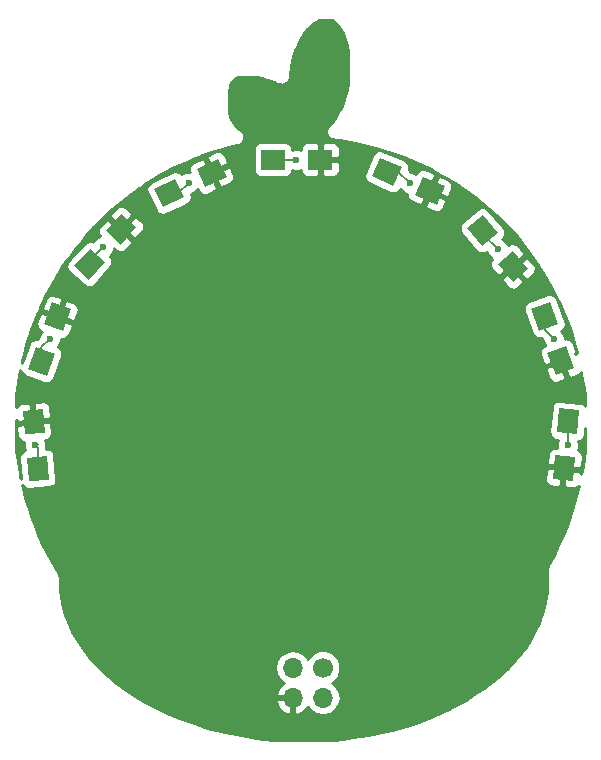
<source format=gtl>
G04 #@! TF.FileFunction,Copper,L1,Top,Signal*
%FSLAX46Y46*%
G04 Gerber Fmt 4.6, Leading zero omitted, Abs format (unit mm)*
G04 Created by KiCad (PCBNEW 4.0.7) date 06/01/18 20:47:04*
%MOMM*%
%LPD*%
G01*
G04 APERTURE LIST*
%ADD10C,0.100000*%
%ADD11C,1.700000*%
%ADD12O,1.700000X1.700000*%
%ADD13R,2.000000X1.700000*%
%ADD14C,0.600000*%
%ADD15C,0.200000*%
%ADD16C,0.254000*%
G04 APERTURE END LIST*
D10*
D11*
X100965000Y-120904000D03*
D12*
X100965000Y-123444000D03*
X98425000Y-120904000D03*
X98425000Y-123444000D03*
D10*
G36*
X75548968Y-99142699D02*
X77242499Y-98994534D01*
X77416810Y-100986923D01*
X75723279Y-101135088D01*
X75548968Y-99142699D01*
X75548968Y-99142699D01*
G37*
G36*
X75897590Y-103127477D02*
X77591121Y-102979312D01*
X77765432Y-104971701D01*
X76071901Y-105119866D01*
X75897590Y-103127477D01*
X75897590Y-103127477D01*
G37*
G36*
X78052921Y-89955805D02*
X79650399Y-90537240D01*
X78966359Y-92416625D01*
X77368881Y-91835190D01*
X78052921Y-89955805D01*
X78052921Y-89955805D01*
G37*
G36*
X76684841Y-93714575D02*
X78282319Y-94296010D01*
X77598279Y-96175395D01*
X76000801Y-95593960D01*
X76684841Y-93714575D01*
X76684841Y-93714575D01*
G37*
G36*
X83925719Y-82444204D02*
X85189065Y-83581726D01*
X83850803Y-85068016D01*
X82587457Y-83930494D01*
X83925719Y-82444204D01*
X83925719Y-82444204D01*
G37*
G36*
X81249197Y-85416784D02*
X82512543Y-86554306D01*
X81174281Y-88040596D01*
X79910935Y-86903074D01*
X81249197Y-85416784D01*
X81249197Y-85416784D01*
G37*
G36*
X92123298Y-77819383D02*
X92841749Y-79360106D01*
X91029134Y-80205343D01*
X90310683Y-78664620D01*
X92123298Y-77819383D01*
X92123298Y-77819383D01*
G37*
G36*
X88498066Y-79509857D02*
X89216517Y-81050580D01*
X87403902Y-81895817D01*
X86685451Y-80355094D01*
X88498066Y-79509857D01*
X88498066Y-79509857D01*
G37*
D13*
X100755200Y-77876400D03*
X96755200Y-77876400D03*
D10*
G36*
X111290363Y-80148896D02*
X110598910Y-81701923D01*
X108771819Y-80888450D01*
X109463272Y-79335423D01*
X111290363Y-80148896D01*
X111290363Y-80148896D01*
G37*
G36*
X107636181Y-78521950D02*
X106944728Y-80074977D01*
X105117637Y-79261504D01*
X105809090Y-77708477D01*
X107636181Y-78521950D01*
X107636181Y-78521950D01*
G37*
G36*
X118352700Y-87146564D02*
X117050425Y-88239303D01*
X115764850Y-86707214D01*
X117067125Y-85614475D01*
X118352700Y-87146564D01*
X118352700Y-87146564D01*
G37*
G36*
X115781550Y-84082386D02*
X114479275Y-85175125D01*
X113193700Y-83643036D01*
X114495975Y-82550297D01*
X115781550Y-84082386D01*
X115781550Y-84082386D01*
G37*
G36*
X122271599Y-95543160D02*
X120674121Y-96124595D01*
X119990081Y-94245210D01*
X121587559Y-93663775D01*
X122271599Y-95543160D01*
X122271599Y-95543160D01*
G37*
G36*
X120903519Y-91784390D02*
X119306041Y-92365825D01*
X118622001Y-90486440D01*
X120219479Y-89905005D01*
X120903519Y-91784390D01*
X120903519Y-91784390D01*
G37*
G36*
X122149699Y-105069066D02*
X120456168Y-104920901D01*
X120630479Y-102928512D01*
X122324010Y-103076677D01*
X122149699Y-105069066D01*
X122149699Y-105069066D01*
G37*
G36*
X122498321Y-101084288D02*
X120804790Y-100936123D01*
X120979101Y-98943734D01*
X122672632Y-99091899D01*
X122498321Y-101084288D01*
X122498321Y-101084288D01*
G37*
D14*
X76611480Y-102011480D03*
X77871320Y-93040200D03*
X82336640Y-85308440D03*
X89611200Y-79822040D03*
X98719640Y-77917040D03*
X108356400Y-79898240D03*
X115783360Y-85440520D03*
X120548400Y-93080840D03*
X121732040Y-102031800D03*
D15*
X76831511Y-102231511D02*
X76831511Y-104049589D01*
X76611480Y-102011480D02*
X76831511Y-102231511D01*
X76733400Y-101955600D02*
X76831511Y-102053711D01*
X77141560Y-94944985D02*
X77141560Y-93769960D01*
X77141560Y-93769960D02*
X77871320Y-93040200D01*
X82336640Y-85308440D02*
X81211739Y-86433341D01*
X81211739Y-86433341D02*
X81211739Y-86728690D01*
X89611200Y-79822040D02*
X88730403Y-80702837D01*
X88730403Y-80702837D02*
X87950984Y-80702837D01*
X98719640Y-77917040D02*
X98679000Y-77876400D01*
X98679000Y-77876400D02*
X96755200Y-77876400D01*
X108356400Y-79898240D02*
X107349887Y-78891727D01*
X107349887Y-78891727D02*
X106376909Y-78891727D01*
X115783360Y-85440520D02*
X114487625Y-84144785D01*
X114487625Y-84144785D02*
X114487625Y-83862711D01*
X119762760Y-92295200D02*
X119762760Y-91135415D01*
X120548400Y-93080840D02*
X119762760Y-92295200D01*
X121732040Y-102031800D02*
X121738711Y-102025129D01*
X121738711Y-102025129D02*
X121738711Y-100014011D01*
D16*
G36*
X101783874Y-66092975D02*
X102005283Y-66277482D01*
X102274680Y-66508394D01*
X102467701Y-66817227D01*
X102587512Y-67016912D01*
X102754502Y-67434388D01*
X102896218Y-67954013D01*
X102898161Y-67957910D01*
X102898518Y-67962252D01*
X102990508Y-68284217D01*
X103074400Y-68745622D01*
X103074400Y-68986400D01*
X103079402Y-69011545D01*
X103076204Y-69036985D01*
X103125200Y-69722929D01*
X103125200Y-70533928D01*
X103076491Y-71167145D01*
X103079783Y-71194540D01*
X103074400Y-71221600D01*
X103074400Y-71421303D01*
X102988561Y-71979256D01*
X102851045Y-72437643D01*
X102661111Y-73054929D01*
X102475194Y-73473242D01*
X102294113Y-73880675D01*
X101898395Y-74496235D01*
X101430243Y-75011202D01*
X101387309Y-75082590D01*
X101333663Y-75146319D01*
X101316587Y-75200181D01*
X101287465Y-75248603D01*
X101275117Y-75330988D01*
X101249943Y-75410394D01*
X101254779Y-75466688D01*
X101246403Y-75522571D01*
X101266524Y-75603412D01*
X101273653Y-75686405D01*
X101299665Y-75736566D01*
X101313312Y-75791398D01*
X101362833Y-75858380D01*
X101401183Y-75932334D01*
X101444412Y-75968723D01*
X101478002Y-76014157D01*
X101549390Y-76057091D01*
X101613119Y-76110737D01*
X101666981Y-76127813D01*
X101715403Y-76156935D01*
X101797788Y-76169283D01*
X101877194Y-76194457D01*
X102309956Y-76242542D01*
X102844591Y-76339748D01*
X102846467Y-76339717D01*
X102848212Y-76340396D01*
X103707079Y-76491961D01*
X104743893Y-76689449D01*
X105466558Y-76882160D01*
X106265025Y-77131681D01*
X107058879Y-77379760D01*
X107845903Y-77674894D01*
X108573288Y-77965848D01*
X109156479Y-78257444D01*
X109170665Y-78261329D01*
X109182641Y-78269864D01*
X110167438Y-78713023D01*
X110489492Y-78897053D01*
X112187421Y-79895835D01*
X113867317Y-81081644D01*
X115641930Y-82560488D01*
X117370779Y-84388129D01*
X118355428Y-85618940D01*
X119196838Y-86806813D01*
X119888245Y-87893310D01*
X120327499Y-88674205D01*
X120726157Y-89471522D01*
X121021624Y-90062456D01*
X121465338Y-91097788D01*
X121957190Y-92376604D01*
X122253318Y-93413052D01*
X122255491Y-93417282D01*
X122255943Y-93422017D01*
X122401746Y-93908026D01*
X122487563Y-94279903D01*
X122482846Y-94266942D01*
X122333673Y-94321237D01*
X122428551Y-94117768D01*
X122141063Y-93327901D01*
X121970397Y-93141651D01*
X121741446Y-93034889D01*
X121489068Y-93023870D01*
X121483449Y-93025915D01*
X121483562Y-92895673D01*
X121341517Y-92551897D01*
X121161224Y-92371289D01*
X121330938Y-92270694D01*
X121486463Y-92066090D01*
X121550132Y-91817098D01*
X121511914Y-91562953D01*
X120827874Y-89683568D01*
X120705783Y-89477586D01*
X120501179Y-89322061D01*
X120252187Y-89258392D01*
X119998041Y-89296610D01*
X118400563Y-89878045D01*
X118194582Y-90000136D01*
X118039057Y-90204740D01*
X117975388Y-90453732D01*
X118013606Y-90707877D01*
X118697646Y-92587262D01*
X118819737Y-92793244D01*
X119024341Y-92948769D01*
X119273333Y-93012438D01*
X119418693Y-92990579D01*
X119613308Y-93185195D01*
X119613238Y-93266007D01*
X119755283Y-93609783D01*
X119788330Y-93642888D01*
X119654206Y-93691705D01*
X119467956Y-93862372D01*
X119361195Y-94091323D01*
X119350176Y-94343701D01*
X119637664Y-95133568D01*
X119841136Y-95228448D01*
X120968062Y-94818281D01*
X120961221Y-94799486D01*
X121199904Y-94712614D01*
X121206744Y-94731407D01*
X121225539Y-94724566D01*
X121312411Y-94963249D01*
X121293618Y-94970089D01*
X121755088Y-96237970D01*
X121958560Y-96332850D01*
X122370090Y-96183066D01*
X122607474Y-96096665D01*
X122793724Y-95925998D01*
X122824645Y-95859687D01*
X122846404Y-95982988D01*
X122847083Y-95984733D01*
X122847052Y-95986609D01*
X122946243Y-96532160D01*
X123045936Y-97230009D01*
X123142917Y-97908876D01*
X123182371Y-98697954D01*
X123174302Y-98682624D01*
X122975546Y-98519691D01*
X122729060Y-98446923D01*
X121035529Y-98298758D01*
X120797249Y-98322358D01*
X120569826Y-98442064D01*
X120406893Y-98640820D01*
X120334125Y-98887306D01*
X120159814Y-100879695D01*
X120183414Y-101117975D01*
X120303120Y-101345398D01*
X120501876Y-101508331D01*
X120748362Y-101581099D01*
X120901231Y-101594473D01*
X120797202Y-101845001D01*
X120796878Y-102216967D01*
X120834893Y-102308970D01*
X120811652Y-102306937D01*
X120559994Y-102284920D01*
X120319067Y-102360884D01*
X120125550Y-102523264D01*
X120008904Y-102747340D01*
X119935645Y-103584700D01*
X120079955Y-103756682D01*
X121274641Y-103861203D01*
X121276384Y-103841279D01*
X121529418Y-103863417D01*
X121527675Y-103883341D01*
X122722361Y-103987863D01*
X122894343Y-103843553D01*
X122967602Y-103006192D01*
X122891638Y-102765266D01*
X122729259Y-102571748D01*
X122557388Y-102482278D01*
X122666878Y-102218599D01*
X122667202Y-101846633D01*
X122611755Y-101712440D01*
X122680173Y-101705664D01*
X122907596Y-101585958D01*
X123070529Y-101387202D01*
X123143297Y-101140716D01*
X123191200Y-100593181D01*
X123191200Y-101480664D01*
X123142605Y-102452557D01*
X123045365Y-103230479D01*
X122897341Y-104217305D01*
X122836260Y-104507440D01*
X122844533Y-104412878D01*
X122700223Y-104240896D01*
X121505537Y-104136375D01*
X121387942Y-105480490D01*
X121532252Y-105652472D01*
X121968526Y-105690641D01*
X122220184Y-105712658D01*
X122461111Y-105636694D01*
X122623139Y-105500737D01*
X122499884Y-106055382D01*
X122253495Y-106991663D01*
X122008172Y-107776696D01*
X121708163Y-108626721D01*
X121464549Y-109308840D01*
X121222840Y-109840600D01*
X121221048Y-109848242D01*
X121216607Y-109854717D01*
X120920024Y-110546744D01*
X120527763Y-111331266D01*
X120193111Y-111952762D01*
X120110044Y-112077363D01*
X120083490Y-112141659D01*
X120044846Y-112199495D01*
X120031132Y-112268438D01*
X120004298Y-112333414D01*
X120004371Y-112402977D01*
X119990800Y-112471200D01*
X119990800Y-113965674D01*
X119945154Y-114513431D01*
X119802743Y-115320423D01*
X119612213Y-116082544D01*
X119468435Y-116513878D01*
X119279023Y-117082113D01*
X118808461Y-118070293D01*
X118476200Y-118592418D01*
X118139162Y-119122049D01*
X117264531Y-120239633D01*
X116647674Y-120903942D01*
X115763476Y-121689895D01*
X115083548Y-122272691D01*
X114606477Y-122606641D01*
X113814270Y-123151283D01*
X113071108Y-123597180D01*
X112586488Y-123887952D01*
X112102878Y-124129757D01*
X112090506Y-124139359D01*
X112075594Y-124144148D01*
X111640267Y-124385996D01*
X110908743Y-124727374D01*
X110118523Y-125073095D01*
X108832324Y-125567787D01*
X107751894Y-125911560D01*
X106813110Y-126158609D01*
X105967468Y-126357583D01*
X104773445Y-126606338D01*
X103534391Y-126804587D01*
X102687653Y-126904203D01*
X101799324Y-127002906D01*
X100670170Y-127052000D01*
X97860510Y-127052000D01*
X96976858Y-127002908D01*
X95839014Y-126903965D01*
X94452923Y-126705952D01*
X93158873Y-126457096D01*
X92720720Y-126359729D01*
X91917002Y-126158800D01*
X91917001Y-126158799D01*
X91510602Y-126057200D01*
X91510601Y-126057199D01*
X91125931Y-125961032D01*
X90039352Y-125615302D01*
X89050255Y-125269118D01*
X87966566Y-124825791D01*
X87127149Y-124430771D01*
X86239739Y-123987066D01*
X85918164Y-123800890D01*
X96983524Y-123800890D01*
X97153355Y-124210924D01*
X97543642Y-124639183D01*
X98068108Y-124885486D01*
X98298000Y-124764819D01*
X98298000Y-123571000D01*
X97104845Y-123571000D01*
X96983524Y-123800890D01*
X85918164Y-123800890D01*
X85309182Y-123448321D01*
X84331308Y-122812703D01*
X83499450Y-122176576D01*
X82672215Y-121495323D01*
X82340846Y-121163954D01*
X82340843Y-121163952D01*
X82080892Y-120904000D01*
X96910907Y-120904000D01*
X97023946Y-121472285D01*
X97345853Y-121954054D01*
X97686553Y-122181702D01*
X97543642Y-122248817D01*
X97153355Y-122677076D01*
X96983524Y-123087110D01*
X97104845Y-123317000D01*
X98298000Y-123317000D01*
X98298000Y-123297000D01*
X98552000Y-123297000D01*
X98552000Y-123317000D01*
X98572000Y-123317000D01*
X98572000Y-123571000D01*
X98552000Y-123571000D01*
X98552000Y-124764819D01*
X98781892Y-124885486D01*
X99306358Y-124639183D01*
X99696645Y-124210924D01*
X99696655Y-124210899D01*
X99885853Y-124494054D01*
X100367622Y-124815961D01*
X100935907Y-124929000D01*
X100994093Y-124929000D01*
X101562378Y-124815961D01*
X102044147Y-124494054D01*
X102366054Y-124012285D01*
X102479093Y-123444000D01*
X102366054Y-122875715D01*
X102044147Y-122393946D01*
X101739840Y-122190615D01*
X101805086Y-122163656D01*
X102223188Y-121746283D01*
X102449742Y-121200681D01*
X102450257Y-120609911D01*
X102224656Y-120063914D01*
X101807283Y-119645812D01*
X101261681Y-119419258D01*
X100670911Y-119418743D01*
X100124914Y-119644344D01*
X99706812Y-120061717D01*
X99682345Y-120120639D01*
X99504147Y-119853946D01*
X99022378Y-119532039D01*
X98454093Y-119419000D01*
X98395907Y-119419000D01*
X97827622Y-119532039D01*
X97345853Y-119853946D01*
X97023946Y-120335715D01*
X96910907Y-120904000D01*
X82080892Y-120904000D01*
X81842140Y-120665248D01*
X81213782Y-119988556D01*
X80594335Y-119178510D01*
X80109826Y-118403297D01*
X79776810Y-117832412D01*
X79489234Y-117209332D01*
X79155583Y-116446701D01*
X78972388Y-115805520D01*
X78779855Y-114890989D01*
X78688000Y-114202074D01*
X78688000Y-113334800D01*
X78680004Y-113294602D01*
X78683359Y-113253753D01*
X78653197Y-113159835D01*
X78633954Y-113063095D01*
X78611185Y-113029018D01*
X78598652Y-112989994D01*
X78344652Y-112532794D01*
X78341834Y-112529471D01*
X78340452Y-112525341D01*
X77934053Y-111814141D01*
X77931934Y-111811703D01*
X77930883Y-111808651D01*
X77591076Y-111226125D01*
X77198493Y-110391887D01*
X76856585Y-109659226D01*
X76664053Y-109129762D01*
X76656234Y-109116867D01*
X76653322Y-109102068D01*
X76309588Y-108267289D01*
X76064881Y-107484225D01*
X76064362Y-107483274D01*
X76064244Y-107482197D01*
X75768772Y-106546536D01*
X75572293Y-105662379D01*
X75572293Y-105662378D01*
X75525152Y-105450246D01*
X75648923Y-105610037D01*
X75872952Y-105735981D01*
X76128329Y-105764842D01*
X77821860Y-105616677D01*
X78052422Y-105552059D01*
X78255603Y-105394679D01*
X78381547Y-105170651D01*
X78401806Y-104991386D01*
X119812576Y-104991386D01*
X119888540Y-105232312D01*
X120050919Y-105425830D01*
X120274995Y-105542476D01*
X120526652Y-105564494D01*
X120962927Y-105602663D01*
X121134909Y-105458353D01*
X121252503Y-104114237D01*
X120057817Y-104009715D01*
X119885835Y-104154025D01*
X119812576Y-104991386D01*
X78401806Y-104991386D01*
X78410408Y-104915273D01*
X78236097Y-102922884D01*
X78171479Y-102692322D01*
X78014099Y-102489141D01*
X77790070Y-102363197D01*
X77566511Y-102337932D01*
X77566511Y-102231511D01*
X77548827Y-102142609D01*
X77566510Y-102053711D01*
X77546531Y-101953271D01*
X77546642Y-101826313D01*
X77461574Y-101620433D01*
X77597983Y-101608498D01*
X77822059Y-101491852D01*
X77984438Y-101298334D01*
X78060402Y-101057408D01*
X77987143Y-100220047D01*
X77815161Y-100075737D01*
X76620475Y-100180259D01*
X76622218Y-100200183D01*
X76369184Y-100222321D01*
X76367441Y-100202397D01*
X75172755Y-100306918D01*
X75028445Y-100478900D01*
X75101704Y-101316260D01*
X75218350Y-101540336D01*
X75411867Y-101702716D01*
X75652794Y-101778680D01*
X75697362Y-101774781D01*
X75676642Y-101824681D01*
X75676318Y-102196647D01*
X75799280Y-102494239D01*
X75610600Y-102547119D01*
X75407419Y-102704499D01*
X75281475Y-102928527D01*
X75252614Y-103183905D01*
X75402673Y-104899088D01*
X75373216Y-104766534D01*
X75325540Y-104480477D01*
X75323660Y-104475506D01*
X75323748Y-104470191D01*
X75223623Y-103919505D01*
X75076163Y-102985593D01*
X75028510Y-102461411D01*
X74979600Y-101629932D01*
X74979600Y-99910385D01*
X75150617Y-100053885D01*
X76345303Y-99949363D01*
X76227709Y-98605247D01*
X76201328Y-98583110D01*
X76480742Y-98583110D01*
X76598337Y-99927225D01*
X77793023Y-99822704D01*
X77937333Y-99650722D01*
X77864074Y-98813362D01*
X77747428Y-98589286D01*
X77553911Y-98426906D01*
X77312984Y-98350942D01*
X77061326Y-98372959D01*
X76625052Y-98411128D01*
X76480742Y-98583110D01*
X76201328Y-98583110D01*
X76055727Y-98460937D01*
X75619452Y-98499106D01*
X75367795Y-98521124D01*
X75143719Y-98637770D01*
X74981340Y-98831288D01*
X74979600Y-98836807D01*
X74979600Y-98574161D01*
X75027256Y-97811665D01*
X75175120Y-96776617D01*
X75273184Y-96139202D01*
X75369761Y-95680458D01*
X75410297Y-95859447D01*
X75560110Y-96068270D01*
X75779363Y-96202355D01*
X77376841Y-96783790D01*
X77613111Y-96822665D01*
X77863767Y-96765899D01*
X78072589Y-96616086D01*
X78206674Y-96396832D01*
X78471000Y-95670602D01*
X119833129Y-95670602D01*
X120120617Y-96460469D01*
X120291283Y-96646719D01*
X120520234Y-96753481D01*
X120772612Y-96764500D01*
X121009996Y-96678099D01*
X121421526Y-96528315D01*
X121516406Y-96324843D01*
X121054936Y-95056963D01*
X119928009Y-95467130D01*
X119833129Y-95670602D01*
X78471000Y-95670602D01*
X78890714Y-94517447D01*
X78929589Y-94281178D01*
X78872823Y-94030523D01*
X78723010Y-93821700D01*
X78530088Y-93703718D01*
X78663512Y-93570527D01*
X78806158Y-93226999D01*
X78806326Y-93034130D01*
X78867868Y-93056530D01*
X79120246Y-93045511D01*
X79349197Y-92938749D01*
X79519863Y-92752499D01*
X79807351Y-91962632D01*
X79712471Y-91759160D01*
X78585544Y-91348993D01*
X78578704Y-91367786D01*
X78340021Y-91280913D01*
X78346862Y-91262119D01*
X77929773Y-91110311D01*
X78672418Y-91110311D01*
X79799344Y-91520478D01*
X80002816Y-91425598D01*
X80290304Y-90635731D01*
X80279285Y-90383353D01*
X80172524Y-90154402D01*
X79986274Y-89983735D01*
X79748890Y-89897334D01*
X79337360Y-89747550D01*
X79133888Y-89842430D01*
X78672418Y-91110311D01*
X77929773Y-91110311D01*
X77219936Y-90851952D01*
X77016464Y-90946832D01*
X76728976Y-91736699D01*
X76739995Y-91989077D01*
X76846756Y-92218028D01*
X77033006Y-92388695D01*
X77155760Y-92433374D01*
X77079128Y-92509873D01*
X76936482Y-92853401D01*
X76936410Y-92935663D01*
X76785729Y-93086345D01*
X76670009Y-93067305D01*
X76419353Y-93124071D01*
X76210531Y-93273884D01*
X76076446Y-93493138D01*
X75484373Y-95119845D01*
X75525013Y-94835366D01*
X75665782Y-94319213D01*
X75666668Y-94306561D01*
X75671926Y-94295018D01*
X75867749Y-93462769D01*
X76162365Y-92578922D01*
X76164324Y-92563383D01*
X76171482Y-92549452D01*
X76261707Y-92233664D01*
X76499785Y-91662277D01*
X76503461Y-91643997D01*
X76513037Y-91627999D01*
X76752618Y-90957171D01*
X76987443Y-90487522D01*
X77026305Y-90409798D01*
X77211929Y-90409798D01*
X77306809Y-90613270D01*
X78433736Y-91023437D01*
X78895206Y-89755557D01*
X78800326Y-89552085D01*
X78388796Y-89402301D01*
X78151412Y-89315900D01*
X77899034Y-89326919D01*
X77670083Y-89433681D01*
X77499417Y-89619931D01*
X77211929Y-90409798D01*
X77026305Y-90409798D01*
X77038243Y-90385922D01*
X77043829Y-90365524D01*
X77055793Y-90348083D01*
X77208193Y-89992483D01*
X77208949Y-89988910D01*
X77210985Y-89985877D01*
X77446761Y-89420014D01*
X77778483Y-88851349D01*
X77780951Y-88844184D01*
X77785852Y-88838406D01*
X78037757Y-88384977D01*
X78438296Y-87684032D01*
X78727324Y-87202318D01*
X78917221Y-86928023D01*
X79263976Y-86928023D01*
X79324654Y-87177761D01*
X79477713Y-87384216D01*
X80741059Y-88521738D01*
X80945561Y-88646290D01*
X81199230Y-88687555D01*
X81448968Y-88626877D01*
X81655423Y-88473818D01*
X81991716Y-88100326D01*
X116104876Y-88100326D01*
X116645176Y-88744231D01*
X116869252Y-88860877D01*
X117120909Y-88882895D01*
X117361836Y-88806932D01*
X117555353Y-88644551D01*
X117890836Y-88363048D01*
X117910403Y-88139396D01*
X117043121Y-87105811D01*
X116124443Y-87876674D01*
X116104876Y-88100326D01*
X81991716Y-88100326D01*
X82993685Y-86987528D01*
X83118237Y-86783026D01*
X83159502Y-86529357D01*
X83098824Y-86279619D01*
X82945765Y-86073164D01*
X82918562Y-86048670D01*
X83128832Y-85838767D01*
X83271478Y-85495239D01*
X83271560Y-85400940D01*
X83332040Y-85455396D01*
X83519772Y-85624431D01*
X83757901Y-85708756D01*
X84010173Y-85695535D01*
X84238183Y-85586780D01*
X84800627Y-84962123D01*
X84788877Y-84737924D01*
X83897661Y-83935469D01*
X83884279Y-83950332D01*
X83695520Y-83780373D01*
X83708902Y-83765510D01*
X83688023Y-83746710D01*
X84067620Y-83746710D01*
X84958836Y-84549165D01*
X85183035Y-84537415D01*
X85745479Y-83912758D01*
X85829805Y-83674630D01*
X85824726Y-83577703D01*
X112549565Y-83577703D01*
X112574895Y-83833455D01*
X112697732Y-84059202D01*
X113983307Y-85591291D01*
X114168485Y-85743093D01*
X114413942Y-85819260D01*
X114669694Y-85793930D01*
X114872188Y-85683746D01*
X114990243Y-85969463D01*
X115253033Y-86232712D01*
X115312852Y-86257551D01*
X115259920Y-86301966D01*
X115143274Y-86526042D01*
X115121258Y-86777699D01*
X115197222Y-87018626D01*
X115737522Y-87662531D01*
X115961175Y-87682098D01*
X116842541Y-86942543D01*
X117237697Y-86942543D01*
X118104978Y-87976128D01*
X118328630Y-87995695D01*
X118664112Y-87714192D01*
X118857630Y-87551812D01*
X118974276Y-87327736D01*
X118996292Y-87076079D01*
X118920328Y-86835152D01*
X118380028Y-86191247D01*
X118156375Y-86171680D01*
X117237697Y-86942543D01*
X116842541Y-86942543D01*
X116879853Y-86911235D01*
X116866998Y-86895915D01*
X117061573Y-86732646D01*
X117074429Y-86747967D01*
X117993107Y-85977104D01*
X118012674Y-85753452D01*
X117472374Y-85109547D01*
X117248298Y-84992901D01*
X116996641Y-84970883D01*
X116755714Y-85046846D01*
X116664124Y-85123700D01*
X116576477Y-84911577D01*
X116313687Y-84648328D01*
X116180322Y-84592950D01*
X116197717Y-84578354D01*
X116349518Y-84393176D01*
X116425685Y-84147719D01*
X116400355Y-83891967D01*
X116277518Y-83666220D01*
X114991943Y-82134131D01*
X114806765Y-81982329D01*
X114561308Y-81906162D01*
X114305556Y-81931492D01*
X114079808Y-82054329D01*
X112777533Y-83147068D01*
X112625732Y-83332246D01*
X112549565Y-83577703D01*
X85824726Y-83577703D01*
X85816584Y-83422357D01*
X85707829Y-83194347D01*
X85520097Y-83025312D01*
X85194643Y-82732272D01*
X84970444Y-82744022D01*
X84067620Y-83746710D01*
X83688023Y-83746710D01*
X82817686Y-82963055D01*
X82593487Y-82974805D01*
X82031043Y-83599462D01*
X81946717Y-83837590D01*
X81959938Y-84089863D01*
X82068693Y-84317873D01*
X82136909Y-84379296D01*
X81807697Y-84515323D01*
X81544448Y-84778113D01*
X81520089Y-84836775D01*
X81477917Y-84811090D01*
X81224248Y-84769825D01*
X80974510Y-84830503D01*
X80768055Y-84983562D01*
X79429793Y-86469852D01*
X79305241Y-86674354D01*
X79263976Y-86928023D01*
X78917221Y-86928023D01*
X79171357Y-86560939D01*
X79171359Y-86560935D01*
X79614573Y-85920738D01*
X80005617Y-85431934D01*
X80007078Y-85429116D01*
X80009486Y-85427053D01*
X80554978Y-84732791D01*
X80947061Y-84291698D01*
X80950353Y-84286083D01*
X80955472Y-84282062D01*
X81547324Y-83591568D01*
X82080713Y-83058178D01*
X82614198Y-82550097D01*
X82975895Y-82550097D01*
X82987645Y-82774296D01*
X83878861Y-83576751D01*
X84781686Y-82574063D01*
X84769936Y-82349864D01*
X84444482Y-82056824D01*
X84256750Y-81887789D01*
X84018621Y-81803464D01*
X83766349Y-81816685D01*
X83538339Y-81925440D01*
X82975895Y-82550097D01*
X82614198Y-82550097D01*
X83119065Y-82069272D01*
X83857133Y-81478817D01*
X83860435Y-81474894D01*
X83864952Y-81472470D01*
X84700867Y-80784069D01*
X85308671Y-80378866D01*
X86038448Y-80378866D01*
X86098671Y-80628714D01*
X86817122Y-82169437D01*
X86956701Y-82363994D01*
X87174081Y-82501095D01*
X87427675Y-82542820D01*
X87677522Y-82482597D01*
X89180131Y-81781918D01*
X109607677Y-81781918D01*
X109688133Y-81991513D01*
X110456022Y-82333399D01*
X110708553Y-82340012D01*
X110944394Y-82249482D01*
X111127637Y-82075591D01*
X111230386Y-81844812D01*
X111408513Y-81444733D01*
X111328057Y-81235138D01*
X110095456Y-80686349D01*
X109607677Y-81781918D01*
X89180131Y-81781918D01*
X89490137Y-81637360D01*
X89684694Y-81497781D01*
X89821794Y-81280401D01*
X89863520Y-81026808D01*
X89803297Y-80776960D01*
X89794083Y-80757200D01*
X89796367Y-80757202D01*
X90140143Y-80615157D01*
X90399063Y-80356689D01*
X90400248Y-80359231D01*
X90507009Y-80588181D01*
X90693259Y-80758848D01*
X90930643Y-80845248D01*
X91183022Y-80834229D01*
X91944827Y-80478993D01*
X92021612Y-80268026D01*
X91514787Y-79181137D01*
X91496661Y-79189589D01*
X91442665Y-79073792D01*
X91744990Y-79073792D01*
X92251815Y-80160681D01*
X92462782Y-80237467D01*
X93224587Y-79882231D01*
X93395253Y-79695981D01*
X93481655Y-79458598D01*
X93470636Y-79206219D01*
X93363874Y-78977269D01*
X93178792Y-78580360D01*
X92967825Y-78503574D01*
X91744990Y-79073792D01*
X91442665Y-79073792D01*
X91389316Y-78959386D01*
X91407442Y-78950934D01*
X90900617Y-77864045D01*
X90689650Y-77787259D01*
X89927845Y-78142495D01*
X89757179Y-78328745D01*
X89670777Y-78566128D01*
X89681796Y-78818507D01*
X89713795Y-78887129D01*
X89426033Y-78886878D01*
X89082257Y-79028923D01*
X88997101Y-79113931D01*
X88945267Y-79041680D01*
X88727887Y-78904579D01*
X88474293Y-78862854D01*
X88224446Y-78923077D01*
X86411831Y-79768314D01*
X86217274Y-79907893D01*
X86080174Y-80125273D01*
X86038448Y-80378866D01*
X85308671Y-80378866D01*
X85433037Y-80295956D01*
X85447182Y-80281840D01*
X85465200Y-80273200D01*
X86041984Y-79840612D01*
X86616148Y-79505683D01*
X86619490Y-79502726D01*
X86623692Y-79501220D01*
X87125198Y-79200317D01*
X87465235Y-79006009D01*
X88202430Y-78612838D01*
X89041093Y-78218173D01*
X89830285Y-77872902D01*
X90132410Y-77756700D01*
X91130820Y-77756700D01*
X91637645Y-78843589D01*
X92860480Y-78273372D01*
X92937266Y-78062405D01*
X92752184Y-77665495D01*
X92645423Y-77436545D01*
X92459173Y-77265878D01*
X92221789Y-77179478D01*
X91969410Y-77190497D01*
X91207605Y-77545733D01*
X91130820Y-77756700D01*
X90132410Y-77756700D01*
X90475675Y-77624675D01*
X90479749Y-77622100D01*
X90484487Y-77621218D01*
X90728041Y-77523797D01*
X91260920Y-77330023D01*
X92056735Y-77081331D01*
X92235260Y-77026400D01*
X95107760Y-77026400D01*
X95107760Y-78726400D01*
X95152038Y-78961717D01*
X95291110Y-79177841D01*
X95503310Y-79322831D01*
X95755200Y-79373840D01*
X97755200Y-79373840D01*
X97990517Y-79329562D01*
X98206641Y-79190490D01*
X98351631Y-78978290D01*
X98389300Y-78792274D01*
X98532841Y-78851878D01*
X98904807Y-78852202D01*
X99120200Y-78763204D01*
X99120200Y-78852710D01*
X99216873Y-79086099D01*
X99395502Y-79264727D01*
X99628891Y-79361400D01*
X100469450Y-79361400D01*
X100628200Y-79202650D01*
X100628200Y-78003400D01*
X100882200Y-78003400D01*
X100882200Y-79202650D01*
X101040950Y-79361400D01*
X101881509Y-79361400D01*
X102114898Y-79264727D01*
X102148476Y-79231149D01*
X104470909Y-79231149D01*
X104510052Y-79485154D01*
X104644933Y-79703918D01*
X104854300Y-79852970D01*
X106681391Y-80666443D01*
X106914372Y-80721705D01*
X107168377Y-80682562D01*
X107387141Y-80547681D01*
X107530100Y-80346874D01*
X107563283Y-80427183D01*
X107826073Y-80690432D01*
X108138391Y-80820118D01*
X108133730Y-80998094D01*
X108224262Y-81233934D01*
X108398153Y-81417177D01*
X109166041Y-81759063D01*
X109375636Y-81678607D01*
X109863415Y-80583038D01*
X109845144Y-80574903D01*
X109898836Y-80454308D01*
X110198767Y-80454308D01*
X111431368Y-81003098D01*
X111640963Y-80922642D01*
X111819089Y-80522563D01*
X111921839Y-80291784D01*
X111928452Y-80039252D01*
X111837920Y-79803412D01*
X111664029Y-79620169D01*
X110896141Y-79278283D01*
X110686546Y-79358739D01*
X110198767Y-80454308D01*
X109898836Y-80454308D01*
X109948455Y-80342862D01*
X109966726Y-80350997D01*
X110454505Y-79255428D01*
X110374049Y-79045833D01*
X109606160Y-78703947D01*
X109353629Y-78697334D01*
X109117788Y-78787864D01*
X108934545Y-78961755D01*
X108872865Y-79100292D01*
X108543199Y-78963402D01*
X108460937Y-78963330D01*
X108238239Y-78740633D01*
X108282909Y-78552305D01*
X108243766Y-78298300D01*
X108108885Y-78079536D01*
X107899518Y-77930484D01*
X106072427Y-77117011D01*
X105839446Y-77061749D01*
X105585441Y-77100892D01*
X105366677Y-77235773D01*
X105217624Y-77445139D01*
X104526171Y-78998166D01*
X104470909Y-79231149D01*
X102148476Y-79231149D01*
X102293527Y-79086099D01*
X102390200Y-78852710D01*
X102390200Y-78162150D01*
X102231450Y-78003400D01*
X100882200Y-78003400D01*
X100628200Y-78003400D01*
X100608200Y-78003400D01*
X100608200Y-77749400D01*
X100628200Y-77749400D01*
X100628200Y-76550150D01*
X100882200Y-76550150D01*
X100882200Y-77749400D01*
X102231450Y-77749400D01*
X102390200Y-77590650D01*
X102390200Y-76900090D01*
X102293527Y-76666701D01*
X102114898Y-76488073D01*
X101881509Y-76391400D01*
X101040950Y-76391400D01*
X100882200Y-76550150D01*
X100628200Y-76550150D01*
X100469450Y-76391400D01*
X99628891Y-76391400D01*
X99395502Y-76488073D01*
X99216873Y-76666701D01*
X99120200Y-76900090D01*
X99120200Y-77070964D01*
X98906439Y-76982202D01*
X98534473Y-76981878D01*
X98402640Y-77036350D01*
X98402640Y-77026400D01*
X98358362Y-76791083D01*
X98219290Y-76574959D01*
X98007090Y-76429969D01*
X97755200Y-76378960D01*
X95755200Y-76378960D01*
X95519883Y-76423238D01*
X95303759Y-76562310D01*
X95158769Y-76774510D01*
X95107760Y-77026400D01*
X92235260Y-77026400D01*
X92697440Y-76884191D01*
X93272212Y-76740498D01*
X93763637Y-76642213D01*
X93763643Y-76642213D01*
X94019472Y-76535930D01*
X94215156Y-76339837D01*
X94320902Y-76083786D01*
X94320613Y-75806757D01*
X94214330Y-75550928D01*
X94018237Y-75355244D01*
X93882232Y-75264574D01*
X93735168Y-75154276D01*
X93426250Y-74845358D01*
X93332845Y-74689683D01*
X93205850Y-74435692D01*
X93133115Y-74253854D01*
X93098099Y-74113792D01*
X93064400Y-73945298D01*
X93064400Y-71952302D01*
X93101412Y-71767243D01*
X93101433Y-71747260D01*
X93108064Y-71728409D01*
X93146828Y-71457063D01*
X93177743Y-71379776D01*
X93290649Y-71238643D01*
X93416334Y-71112958D01*
X93601128Y-70989762D01*
X93786487Y-70915619D01*
X93786516Y-70915600D01*
X95467396Y-70915600D01*
X95585800Y-70945201D01*
X95614447Y-70946595D01*
X95641277Y-70956740D01*
X95840770Y-70989989D01*
X95846878Y-70993043D01*
X95895806Y-71006442D01*
X95939878Y-71031565D01*
X96244678Y-71133165D01*
X96260217Y-71135124D01*
X96274148Y-71142282D01*
X96614916Y-71239644D01*
X96704808Y-71269608D01*
X96862879Y-71348644D01*
X96911808Y-71362043D01*
X96955878Y-71387165D01*
X97108277Y-71437964D01*
X97108278Y-71437965D01*
X97260679Y-71488765D01*
X97373582Y-71502998D01*
X97485200Y-71525200D01*
X97510223Y-71520223D01*
X97535531Y-71523413D01*
X97645293Y-71493355D01*
X97756905Y-71471154D01*
X97778114Y-71456983D01*
X97802722Y-71450244D01*
X97892628Y-71380467D01*
X97987246Y-71317246D01*
X98001420Y-71296033D01*
X98021572Y-71280393D01*
X98077930Y-71181527D01*
X98141154Y-71086905D01*
X98146131Y-71061886D01*
X98158765Y-71039722D01*
X98172999Y-70926811D01*
X98195200Y-70815200D01*
X98195200Y-70510057D01*
X98238864Y-70204409D01*
X98282805Y-69896821D01*
X98371082Y-69587852D01*
X98372066Y-69575870D01*
X98377201Y-69565000D01*
X98475930Y-69170084D01*
X98570044Y-68840685D01*
X98650809Y-68598391D01*
X98729844Y-68440321D01*
X98735430Y-68419923D01*
X98747393Y-68402483D01*
X98891576Y-68066056D01*
X99129342Y-67590524D01*
X99352299Y-67189201D01*
X99597724Y-66861968D01*
X100020331Y-66439360D01*
X100257955Y-66280944D01*
X100626895Y-66050357D01*
X100650008Y-66038800D01*
X101657467Y-66038800D01*
X101783874Y-66092975D01*
X101783874Y-66092975D01*
G37*
X101783874Y-66092975D02*
X102005283Y-66277482D01*
X102274680Y-66508394D01*
X102467701Y-66817227D01*
X102587512Y-67016912D01*
X102754502Y-67434388D01*
X102896218Y-67954013D01*
X102898161Y-67957910D01*
X102898518Y-67962252D01*
X102990508Y-68284217D01*
X103074400Y-68745622D01*
X103074400Y-68986400D01*
X103079402Y-69011545D01*
X103076204Y-69036985D01*
X103125200Y-69722929D01*
X103125200Y-70533928D01*
X103076491Y-71167145D01*
X103079783Y-71194540D01*
X103074400Y-71221600D01*
X103074400Y-71421303D01*
X102988561Y-71979256D01*
X102851045Y-72437643D01*
X102661111Y-73054929D01*
X102475194Y-73473242D01*
X102294113Y-73880675D01*
X101898395Y-74496235D01*
X101430243Y-75011202D01*
X101387309Y-75082590D01*
X101333663Y-75146319D01*
X101316587Y-75200181D01*
X101287465Y-75248603D01*
X101275117Y-75330988D01*
X101249943Y-75410394D01*
X101254779Y-75466688D01*
X101246403Y-75522571D01*
X101266524Y-75603412D01*
X101273653Y-75686405D01*
X101299665Y-75736566D01*
X101313312Y-75791398D01*
X101362833Y-75858380D01*
X101401183Y-75932334D01*
X101444412Y-75968723D01*
X101478002Y-76014157D01*
X101549390Y-76057091D01*
X101613119Y-76110737D01*
X101666981Y-76127813D01*
X101715403Y-76156935D01*
X101797788Y-76169283D01*
X101877194Y-76194457D01*
X102309956Y-76242542D01*
X102844591Y-76339748D01*
X102846467Y-76339717D01*
X102848212Y-76340396D01*
X103707079Y-76491961D01*
X104743893Y-76689449D01*
X105466558Y-76882160D01*
X106265025Y-77131681D01*
X107058879Y-77379760D01*
X107845903Y-77674894D01*
X108573288Y-77965848D01*
X109156479Y-78257444D01*
X109170665Y-78261329D01*
X109182641Y-78269864D01*
X110167438Y-78713023D01*
X110489492Y-78897053D01*
X112187421Y-79895835D01*
X113867317Y-81081644D01*
X115641930Y-82560488D01*
X117370779Y-84388129D01*
X118355428Y-85618940D01*
X119196838Y-86806813D01*
X119888245Y-87893310D01*
X120327499Y-88674205D01*
X120726157Y-89471522D01*
X121021624Y-90062456D01*
X121465338Y-91097788D01*
X121957190Y-92376604D01*
X122253318Y-93413052D01*
X122255491Y-93417282D01*
X122255943Y-93422017D01*
X122401746Y-93908026D01*
X122487563Y-94279903D01*
X122482846Y-94266942D01*
X122333673Y-94321237D01*
X122428551Y-94117768D01*
X122141063Y-93327901D01*
X121970397Y-93141651D01*
X121741446Y-93034889D01*
X121489068Y-93023870D01*
X121483449Y-93025915D01*
X121483562Y-92895673D01*
X121341517Y-92551897D01*
X121161224Y-92371289D01*
X121330938Y-92270694D01*
X121486463Y-92066090D01*
X121550132Y-91817098D01*
X121511914Y-91562953D01*
X120827874Y-89683568D01*
X120705783Y-89477586D01*
X120501179Y-89322061D01*
X120252187Y-89258392D01*
X119998041Y-89296610D01*
X118400563Y-89878045D01*
X118194582Y-90000136D01*
X118039057Y-90204740D01*
X117975388Y-90453732D01*
X118013606Y-90707877D01*
X118697646Y-92587262D01*
X118819737Y-92793244D01*
X119024341Y-92948769D01*
X119273333Y-93012438D01*
X119418693Y-92990579D01*
X119613308Y-93185195D01*
X119613238Y-93266007D01*
X119755283Y-93609783D01*
X119788330Y-93642888D01*
X119654206Y-93691705D01*
X119467956Y-93862372D01*
X119361195Y-94091323D01*
X119350176Y-94343701D01*
X119637664Y-95133568D01*
X119841136Y-95228448D01*
X120968062Y-94818281D01*
X120961221Y-94799486D01*
X121199904Y-94712614D01*
X121206744Y-94731407D01*
X121225539Y-94724566D01*
X121312411Y-94963249D01*
X121293618Y-94970089D01*
X121755088Y-96237970D01*
X121958560Y-96332850D01*
X122370090Y-96183066D01*
X122607474Y-96096665D01*
X122793724Y-95925998D01*
X122824645Y-95859687D01*
X122846404Y-95982988D01*
X122847083Y-95984733D01*
X122847052Y-95986609D01*
X122946243Y-96532160D01*
X123045936Y-97230009D01*
X123142917Y-97908876D01*
X123182371Y-98697954D01*
X123174302Y-98682624D01*
X122975546Y-98519691D01*
X122729060Y-98446923D01*
X121035529Y-98298758D01*
X120797249Y-98322358D01*
X120569826Y-98442064D01*
X120406893Y-98640820D01*
X120334125Y-98887306D01*
X120159814Y-100879695D01*
X120183414Y-101117975D01*
X120303120Y-101345398D01*
X120501876Y-101508331D01*
X120748362Y-101581099D01*
X120901231Y-101594473D01*
X120797202Y-101845001D01*
X120796878Y-102216967D01*
X120834893Y-102308970D01*
X120811652Y-102306937D01*
X120559994Y-102284920D01*
X120319067Y-102360884D01*
X120125550Y-102523264D01*
X120008904Y-102747340D01*
X119935645Y-103584700D01*
X120079955Y-103756682D01*
X121274641Y-103861203D01*
X121276384Y-103841279D01*
X121529418Y-103863417D01*
X121527675Y-103883341D01*
X122722361Y-103987863D01*
X122894343Y-103843553D01*
X122967602Y-103006192D01*
X122891638Y-102765266D01*
X122729259Y-102571748D01*
X122557388Y-102482278D01*
X122666878Y-102218599D01*
X122667202Y-101846633D01*
X122611755Y-101712440D01*
X122680173Y-101705664D01*
X122907596Y-101585958D01*
X123070529Y-101387202D01*
X123143297Y-101140716D01*
X123191200Y-100593181D01*
X123191200Y-101480664D01*
X123142605Y-102452557D01*
X123045365Y-103230479D01*
X122897341Y-104217305D01*
X122836260Y-104507440D01*
X122844533Y-104412878D01*
X122700223Y-104240896D01*
X121505537Y-104136375D01*
X121387942Y-105480490D01*
X121532252Y-105652472D01*
X121968526Y-105690641D01*
X122220184Y-105712658D01*
X122461111Y-105636694D01*
X122623139Y-105500737D01*
X122499884Y-106055382D01*
X122253495Y-106991663D01*
X122008172Y-107776696D01*
X121708163Y-108626721D01*
X121464549Y-109308840D01*
X121222840Y-109840600D01*
X121221048Y-109848242D01*
X121216607Y-109854717D01*
X120920024Y-110546744D01*
X120527763Y-111331266D01*
X120193111Y-111952762D01*
X120110044Y-112077363D01*
X120083490Y-112141659D01*
X120044846Y-112199495D01*
X120031132Y-112268438D01*
X120004298Y-112333414D01*
X120004371Y-112402977D01*
X119990800Y-112471200D01*
X119990800Y-113965674D01*
X119945154Y-114513431D01*
X119802743Y-115320423D01*
X119612213Y-116082544D01*
X119468435Y-116513878D01*
X119279023Y-117082113D01*
X118808461Y-118070293D01*
X118476200Y-118592418D01*
X118139162Y-119122049D01*
X117264531Y-120239633D01*
X116647674Y-120903942D01*
X115763476Y-121689895D01*
X115083548Y-122272691D01*
X114606477Y-122606641D01*
X113814270Y-123151283D01*
X113071108Y-123597180D01*
X112586488Y-123887952D01*
X112102878Y-124129757D01*
X112090506Y-124139359D01*
X112075594Y-124144148D01*
X111640267Y-124385996D01*
X110908743Y-124727374D01*
X110118523Y-125073095D01*
X108832324Y-125567787D01*
X107751894Y-125911560D01*
X106813110Y-126158609D01*
X105967468Y-126357583D01*
X104773445Y-126606338D01*
X103534391Y-126804587D01*
X102687653Y-126904203D01*
X101799324Y-127002906D01*
X100670170Y-127052000D01*
X97860510Y-127052000D01*
X96976858Y-127002908D01*
X95839014Y-126903965D01*
X94452923Y-126705952D01*
X93158873Y-126457096D01*
X92720720Y-126359729D01*
X91917002Y-126158800D01*
X91917001Y-126158799D01*
X91510602Y-126057200D01*
X91510601Y-126057199D01*
X91125931Y-125961032D01*
X90039352Y-125615302D01*
X89050255Y-125269118D01*
X87966566Y-124825791D01*
X87127149Y-124430771D01*
X86239739Y-123987066D01*
X85918164Y-123800890D01*
X96983524Y-123800890D01*
X97153355Y-124210924D01*
X97543642Y-124639183D01*
X98068108Y-124885486D01*
X98298000Y-124764819D01*
X98298000Y-123571000D01*
X97104845Y-123571000D01*
X96983524Y-123800890D01*
X85918164Y-123800890D01*
X85309182Y-123448321D01*
X84331308Y-122812703D01*
X83499450Y-122176576D01*
X82672215Y-121495323D01*
X82340846Y-121163954D01*
X82340843Y-121163952D01*
X82080892Y-120904000D01*
X96910907Y-120904000D01*
X97023946Y-121472285D01*
X97345853Y-121954054D01*
X97686553Y-122181702D01*
X97543642Y-122248817D01*
X97153355Y-122677076D01*
X96983524Y-123087110D01*
X97104845Y-123317000D01*
X98298000Y-123317000D01*
X98298000Y-123297000D01*
X98552000Y-123297000D01*
X98552000Y-123317000D01*
X98572000Y-123317000D01*
X98572000Y-123571000D01*
X98552000Y-123571000D01*
X98552000Y-124764819D01*
X98781892Y-124885486D01*
X99306358Y-124639183D01*
X99696645Y-124210924D01*
X99696655Y-124210899D01*
X99885853Y-124494054D01*
X100367622Y-124815961D01*
X100935907Y-124929000D01*
X100994093Y-124929000D01*
X101562378Y-124815961D01*
X102044147Y-124494054D01*
X102366054Y-124012285D01*
X102479093Y-123444000D01*
X102366054Y-122875715D01*
X102044147Y-122393946D01*
X101739840Y-122190615D01*
X101805086Y-122163656D01*
X102223188Y-121746283D01*
X102449742Y-121200681D01*
X102450257Y-120609911D01*
X102224656Y-120063914D01*
X101807283Y-119645812D01*
X101261681Y-119419258D01*
X100670911Y-119418743D01*
X100124914Y-119644344D01*
X99706812Y-120061717D01*
X99682345Y-120120639D01*
X99504147Y-119853946D01*
X99022378Y-119532039D01*
X98454093Y-119419000D01*
X98395907Y-119419000D01*
X97827622Y-119532039D01*
X97345853Y-119853946D01*
X97023946Y-120335715D01*
X96910907Y-120904000D01*
X82080892Y-120904000D01*
X81842140Y-120665248D01*
X81213782Y-119988556D01*
X80594335Y-119178510D01*
X80109826Y-118403297D01*
X79776810Y-117832412D01*
X79489234Y-117209332D01*
X79155583Y-116446701D01*
X78972388Y-115805520D01*
X78779855Y-114890989D01*
X78688000Y-114202074D01*
X78688000Y-113334800D01*
X78680004Y-113294602D01*
X78683359Y-113253753D01*
X78653197Y-113159835D01*
X78633954Y-113063095D01*
X78611185Y-113029018D01*
X78598652Y-112989994D01*
X78344652Y-112532794D01*
X78341834Y-112529471D01*
X78340452Y-112525341D01*
X77934053Y-111814141D01*
X77931934Y-111811703D01*
X77930883Y-111808651D01*
X77591076Y-111226125D01*
X77198493Y-110391887D01*
X76856585Y-109659226D01*
X76664053Y-109129762D01*
X76656234Y-109116867D01*
X76653322Y-109102068D01*
X76309588Y-108267289D01*
X76064881Y-107484225D01*
X76064362Y-107483274D01*
X76064244Y-107482197D01*
X75768772Y-106546536D01*
X75572293Y-105662379D01*
X75572293Y-105662378D01*
X75525152Y-105450246D01*
X75648923Y-105610037D01*
X75872952Y-105735981D01*
X76128329Y-105764842D01*
X77821860Y-105616677D01*
X78052422Y-105552059D01*
X78255603Y-105394679D01*
X78381547Y-105170651D01*
X78401806Y-104991386D01*
X119812576Y-104991386D01*
X119888540Y-105232312D01*
X120050919Y-105425830D01*
X120274995Y-105542476D01*
X120526652Y-105564494D01*
X120962927Y-105602663D01*
X121134909Y-105458353D01*
X121252503Y-104114237D01*
X120057817Y-104009715D01*
X119885835Y-104154025D01*
X119812576Y-104991386D01*
X78401806Y-104991386D01*
X78410408Y-104915273D01*
X78236097Y-102922884D01*
X78171479Y-102692322D01*
X78014099Y-102489141D01*
X77790070Y-102363197D01*
X77566511Y-102337932D01*
X77566511Y-102231511D01*
X77548827Y-102142609D01*
X77566510Y-102053711D01*
X77546531Y-101953271D01*
X77546642Y-101826313D01*
X77461574Y-101620433D01*
X77597983Y-101608498D01*
X77822059Y-101491852D01*
X77984438Y-101298334D01*
X78060402Y-101057408D01*
X77987143Y-100220047D01*
X77815161Y-100075737D01*
X76620475Y-100180259D01*
X76622218Y-100200183D01*
X76369184Y-100222321D01*
X76367441Y-100202397D01*
X75172755Y-100306918D01*
X75028445Y-100478900D01*
X75101704Y-101316260D01*
X75218350Y-101540336D01*
X75411867Y-101702716D01*
X75652794Y-101778680D01*
X75697362Y-101774781D01*
X75676642Y-101824681D01*
X75676318Y-102196647D01*
X75799280Y-102494239D01*
X75610600Y-102547119D01*
X75407419Y-102704499D01*
X75281475Y-102928527D01*
X75252614Y-103183905D01*
X75402673Y-104899088D01*
X75373216Y-104766534D01*
X75325540Y-104480477D01*
X75323660Y-104475506D01*
X75323748Y-104470191D01*
X75223623Y-103919505D01*
X75076163Y-102985593D01*
X75028510Y-102461411D01*
X74979600Y-101629932D01*
X74979600Y-99910385D01*
X75150617Y-100053885D01*
X76345303Y-99949363D01*
X76227709Y-98605247D01*
X76201328Y-98583110D01*
X76480742Y-98583110D01*
X76598337Y-99927225D01*
X77793023Y-99822704D01*
X77937333Y-99650722D01*
X77864074Y-98813362D01*
X77747428Y-98589286D01*
X77553911Y-98426906D01*
X77312984Y-98350942D01*
X77061326Y-98372959D01*
X76625052Y-98411128D01*
X76480742Y-98583110D01*
X76201328Y-98583110D01*
X76055727Y-98460937D01*
X75619452Y-98499106D01*
X75367795Y-98521124D01*
X75143719Y-98637770D01*
X74981340Y-98831288D01*
X74979600Y-98836807D01*
X74979600Y-98574161D01*
X75027256Y-97811665D01*
X75175120Y-96776617D01*
X75273184Y-96139202D01*
X75369761Y-95680458D01*
X75410297Y-95859447D01*
X75560110Y-96068270D01*
X75779363Y-96202355D01*
X77376841Y-96783790D01*
X77613111Y-96822665D01*
X77863767Y-96765899D01*
X78072589Y-96616086D01*
X78206674Y-96396832D01*
X78471000Y-95670602D01*
X119833129Y-95670602D01*
X120120617Y-96460469D01*
X120291283Y-96646719D01*
X120520234Y-96753481D01*
X120772612Y-96764500D01*
X121009996Y-96678099D01*
X121421526Y-96528315D01*
X121516406Y-96324843D01*
X121054936Y-95056963D01*
X119928009Y-95467130D01*
X119833129Y-95670602D01*
X78471000Y-95670602D01*
X78890714Y-94517447D01*
X78929589Y-94281178D01*
X78872823Y-94030523D01*
X78723010Y-93821700D01*
X78530088Y-93703718D01*
X78663512Y-93570527D01*
X78806158Y-93226999D01*
X78806326Y-93034130D01*
X78867868Y-93056530D01*
X79120246Y-93045511D01*
X79349197Y-92938749D01*
X79519863Y-92752499D01*
X79807351Y-91962632D01*
X79712471Y-91759160D01*
X78585544Y-91348993D01*
X78578704Y-91367786D01*
X78340021Y-91280913D01*
X78346862Y-91262119D01*
X77929773Y-91110311D01*
X78672418Y-91110311D01*
X79799344Y-91520478D01*
X80002816Y-91425598D01*
X80290304Y-90635731D01*
X80279285Y-90383353D01*
X80172524Y-90154402D01*
X79986274Y-89983735D01*
X79748890Y-89897334D01*
X79337360Y-89747550D01*
X79133888Y-89842430D01*
X78672418Y-91110311D01*
X77929773Y-91110311D01*
X77219936Y-90851952D01*
X77016464Y-90946832D01*
X76728976Y-91736699D01*
X76739995Y-91989077D01*
X76846756Y-92218028D01*
X77033006Y-92388695D01*
X77155760Y-92433374D01*
X77079128Y-92509873D01*
X76936482Y-92853401D01*
X76936410Y-92935663D01*
X76785729Y-93086345D01*
X76670009Y-93067305D01*
X76419353Y-93124071D01*
X76210531Y-93273884D01*
X76076446Y-93493138D01*
X75484373Y-95119845D01*
X75525013Y-94835366D01*
X75665782Y-94319213D01*
X75666668Y-94306561D01*
X75671926Y-94295018D01*
X75867749Y-93462769D01*
X76162365Y-92578922D01*
X76164324Y-92563383D01*
X76171482Y-92549452D01*
X76261707Y-92233664D01*
X76499785Y-91662277D01*
X76503461Y-91643997D01*
X76513037Y-91627999D01*
X76752618Y-90957171D01*
X76987443Y-90487522D01*
X77026305Y-90409798D01*
X77211929Y-90409798D01*
X77306809Y-90613270D01*
X78433736Y-91023437D01*
X78895206Y-89755557D01*
X78800326Y-89552085D01*
X78388796Y-89402301D01*
X78151412Y-89315900D01*
X77899034Y-89326919D01*
X77670083Y-89433681D01*
X77499417Y-89619931D01*
X77211929Y-90409798D01*
X77026305Y-90409798D01*
X77038243Y-90385922D01*
X77043829Y-90365524D01*
X77055793Y-90348083D01*
X77208193Y-89992483D01*
X77208949Y-89988910D01*
X77210985Y-89985877D01*
X77446761Y-89420014D01*
X77778483Y-88851349D01*
X77780951Y-88844184D01*
X77785852Y-88838406D01*
X78037757Y-88384977D01*
X78438296Y-87684032D01*
X78727324Y-87202318D01*
X78917221Y-86928023D01*
X79263976Y-86928023D01*
X79324654Y-87177761D01*
X79477713Y-87384216D01*
X80741059Y-88521738D01*
X80945561Y-88646290D01*
X81199230Y-88687555D01*
X81448968Y-88626877D01*
X81655423Y-88473818D01*
X81991716Y-88100326D01*
X116104876Y-88100326D01*
X116645176Y-88744231D01*
X116869252Y-88860877D01*
X117120909Y-88882895D01*
X117361836Y-88806932D01*
X117555353Y-88644551D01*
X117890836Y-88363048D01*
X117910403Y-88139396D01*
X117043121Y-87105811D01*
X116124443Y-87876674D01*
X116104876Y-88100326D01*
X81991716Y-88100326D01*
X82993685Y-86987528D01*
X83118237Y-86783026D01*
X83159502Y-86529357D01*
X83098824Y-86279619D01*
X82945765Y-86073164D01*
X82918562Y-86048670D01*
X83128832Y-85838767D01*
X83271478Y-85495239D01*
X83271560Y-85400940D01*
X83332040Y-85455396D01*
X83519772Y-85624431D01*
X83757901Y-85708756D01*
X84010173Y-85695535D01*
X84238183Y-85586780D01*
X84800627Y-84962123D01*
X84788877Y-84737924D01*
X83897661Y-83935469D01*
X83884279Y-83950332D01*
X83695520Y-83780373D01*
X83708902Y-83765510D01*
X83688023Y-83746710D01*
X84067620Y-83746710D01*
X84958836Y-84549165D01*
X85183035Y-84537415D01*
X85745479Y-83912758D01*
X85829805Y-83674630D01*
X85824726Y-83577703D01*
X112549565Y-83577703D01*
X112574895Y-83833455D01*
X112697732Y-84059202D01*
X113983307Y-85591291D01*
X114168485Y-85743093D01*
X114413942Y-85819260D01*
X114669694Y-85793930D01*
X114872188Y-85683746D01*
X114990243Y-85969463D01*
X115253033Y-86232712D01*
X115312852Y-86257551D01*
X115259920Y-86301966D01*
X115143274Y-86526042D01*
X115121258Y-86777699D01*
X115197222Y-87018626D01*
X115737522Y-87662531D01*
X115961175Y-87682098D01*
X116842541Y-86942543D01*
X117237697Y-86942543D01*
X118104978Y-87976128D01*
X118328630Y-87995695D01*
X118664112Y-87714192D01*
X118857630Y-87551812D01*
X118974276Y-87327736D01*
X118996292Y-87076079D01*
X118920328Y-86835152D01*
X118380028Y-86191247D01*
X118156375Y-86171680D01*
X117237697Y-86942543D01*
X116842541Y-86942543D01*
X116879853Y-86911235D01*
X116866998Y-86895915D01*
X117061573Y-86732646D01*
X117074429Y-86747967D01*
X117993107Y-85977104D01*
X118012674Y-85753452D01*
X117472374Y-85109547D01*
X117248298Y-84992901D01*
X116996641Y-84970883D01*
X116755714Y-85046846D01*
X116664124Y-85123700D01*
X116576477Y-84911577D01*
X116313687Y-84648328D01*
X116180322Y-84592950D01*
X116197717Y-84578354D01*
X116349518Y-84393176D01*
X116425685Y-84147719D01*
X116400355Y-83891967D01*
X116277518Y-83666220D01*
X114991943Y-82134131D01*
X114806765Y-81982329D01*
X114561308Y-81906162D01*
X114305556Y-81931492D01*
X114079808Y-82054329D01*
X112777533Y-83147068D01*
X112625732Y-83332246D01*
X112549565Y-83577703D01*
X85824726Y-83577703D01*
X85816584Y-83422357D01*
X85707829Y-83194347D01*
X85520097Y-83025312D01*
X85194643Y-82732272D01*
X84970444Y-82744022D01*
X84067620Y-83746710D01*
X83688023Y-83746710D01*
X82817686Y-82963055D01*
X82593487Y-82974805D01*
X82031043Y-83599462D01*
X81946717Y-83837590D01*
X81959938Y-84089863D01*
X82068693Y-84317873D01*
X82136909Y-84379296D01*
X81807697Y-84515323D01*
X81544448Y-84778113D01*
X81520089Y-84836775D01*
X81477917Y-84811090D01*
X81224248Y-84769825D01*
X80974510Y-84830503D01*
X80768055Y-84983562D01*
X79429793Y-86469852D01*
X79305241Y-86674354D01*
X79263976Y-86928023D01*
X78917221Y-86928023D01*
X79171357Y-86560939D01*
X79171359Y-86560935D01*
X79614573Y-85920738D01*
X80005617Y-85431934D01*
X80007078Y-85429116D01*
X80009486Y-85427053D01*
X80554978Y-84732791D01*
X80947061Y-84291698D01*
X80950353Y-84286083D01*
X80955472Y-84282062D01*
X81547324Y-83591568D01*
X82080713Y-83058178D01*
X82614198Y-82550097D01*
X82975895Y-82550097D01*
X82987645Y-82774296D01*
X83878861Y-83576751D01*
X84781686Y-82574063D01*
X84769936Y-82349864D01*
X84444482Y-82056824D01*
X84256750Y-81887789D01*
X84018621Y-81803464D01*
X83766349Y-81816685D01*
X83538339Y-81925440D01*
X82975895Y-82550097D01*
X82614198Y-82550097D01*
X83119065Y-82069272D01*
X83857133Y-81478817D01*
X83860435Y-81474894D01*
X83864952Y-81472470D01*
X84700867Y-80784069D01*
X85308671Y-80378866D01*
X86038448Y-80378866D01*
X86098671Y-80628714D01*
X86817122Y-82169437D01*
X86956701Y-82363994D01*
X87174081Y-82501095D01*
X87427675Y-82542820D01*
X87677522Y-82482597D01*
X89180131Y-81781918D01*
X109607677Y-81781918D01*
X109688133Y-81991513D01*
X110456022Y-82333399D01*
X110708553Y-82340012D01*
X110944394Y-82249482D01*
X111127637Y-82075591D01*
X111230386Y-81844812D01*
X111408513Y-81444733D01*
X111328057Y-81235138D01*
X110095456Y-80686349D01*
X109607677Y-81781918D01*
X89180131Y-81781918D01*
X89490137Y-81637360D01*
X89684694Y-81497781D01*
X89821794Y-81280401D01*
X89863520Y-81026808D01*
X89803297Y-80776960D01*
X89794083Y-80757200D01*
X89796367Y-80757202D01*
X90140143Y-80615157D01*
X90399063Y-80356689D01*
X90400248Y-80359231D01*
X90507009Y-80588181D01*
X90693259Y-80758848D01*
X90930643Y-80845248D01*
X91183022Y-80834229D01*
X91944827Y-80478993D01*
X92021612Y-80268026D01*
X91514787Y-79181137D01*
X91496661Y-79189589D01*
X91442665Y-79073792D01*
X91744990Y-79073792D01*
X92251815Y-80160681D01*
X92462782Y-80237467D01*
X93224587Y-79882231D01*
X93395253Y-79695981D01*
X93481655Y-79458598D01*
X93470636Y-79206219D01*
X93363874Y-78977269D01*
X93178792Y-78580360D01*
X92967825Y-78503574D01*
X91744990Y-79073792D01*
X91442665Y-79073792D01*
X91389316Y-78959386D01*
X91407442Y-78950934D01*
X90900617Y-77864045D01*
X90689650Y-77787259D01*
X89927845Y-78142495D01*
X89757179Y-78328745D01*
X89670777Y-78566128D01*
X89681796Y-78818507D01*
X89713795Y-78887129D01*
X89426033Y-78886878D01*
X89082257Y-79028923D01*
X88997101Y-79113931D01*
X88945267Y-79041680D01*
X88727887Y-78904579D01*
X88474293Y-78862854D01*
X88224446Y-78923077D01*
X86411831Y-79768314D01*
X86217274Y-79907893D01*
X86080174Y-80125273D01*
X86038448Y-80378866D01*
X85308671Y-80378866D01*
X85433037Y-80295956D01*
X85447182Y-80281840D01*
X85465200Y-80273200D01*
X86041984Y-79840612D01*
X86616148Y-79505683D01*
X86619490Y-79502726D01*
X86623692Y-79501220D01*
X87125198Y-79200317D01*
X87465235Y-79006009D01*
X88202430Y-78612838D01*
X89041093Y-78218173D01*
X89830285Y-77872902D01*
X90132410Y-77756700D01*
X91130820Y-77756700D01*
X91637645Y-78843589D01*
X92860480Y-78273372D01*
X92937266Y-78062405D01*
X92752184Y-77665495D01*
X92645423Y-77436545D01*
X92459173Y-77265878D01*
X92221789Y-77179478D01*
X91969410Y-77190497D01*
X91207605Y-77545733D01*
X91130820Y-77756700D01*
X90132410Y-77756700D01*
X90475675Y-77624675D01*
X90479749Y-77622100D01*
X90484487Y-77621218D01*
X90728041Y-77523797D01*
X91260920Y-77330023D01*
X92056735Y-77081331D01*
X92235260Y-77026400D01*
X95107760Y-77026400D01*
X95107760Y-78726400D01*
X95152038Y-78961717D01*
X95291110Y-79177841D01*
X95503310Y-79322831D01*
X95755200Y-79373840D01*
X97755200Y-79373840D01*
X97990517Y-79329562D01*
X98206641Y-79190490D01*
X98351631Y-78978290D01*
X98389300Y-78792274D01*
X98532841Y-78851878D01*
X98904807Y-78852202D01*
X99120200Y-78763204D01*
X99120200Y-78852710D01*
X99216873Y-79086099D01*
X99395502Y-79264727D01*
X99628891Y-79361400D01*
X100469450Y-79361400D01*
X100628200Y-79202650D01*
X100628200Y-78003400D01*
X100882200Y-78003400D01*
X100882200Y-79202650D01*
X101040950Y-79361400D01*
X101881509Y-79361400D01*
X102114898Y-79264727D01*
X102148476Y-79231149D01*
X104470909Y-79231149D01*
X104510052Y-79485154D01*
X104644933Y-79703918D01*
X104854300Y-79852970D01*
X106681391Y-80666443D01*
X106914372Y-80721705D01*
X107168377Y-80682562D01*
X107387141Y-80547681D01*
X107530100Y-80346874D01*
X107563283Y-80427183D01*
X107826073Y-80690432D01*
X108138391Y-80820118D01*
X108133730Y-80998094D01*
X108224262Y-81233934D01*
X108398153Y-81417177D01*
X109166041Y-81759063D01*
X109375636Y-81678607D01*
X109863415Y-80583038D01*
X109845144Y-80574903D01*
X109898836Y-80454308D01*
X110198767Y-80454308D01*
X111431368Y-81003098D01*
X111640963Y-80922642D01*
X111819089Y-80522563D01*
X111921839Y-80291784D01*
X111928452Y-80039252D01*
X111837920Y-79803412D01*
X111664029Y-79620169D01*
X110896141Y-79278283D01*
X110686546Y-79358739D01*
X110198767Y-80454308D01*
X109898836Y-80454308D01*
X109948455Y-80342862D01*
X109966726Y-80350997D01*
X110454505Y-79255428D01*
X110374049Y-79045833D01*
X109606160Y-78703947D01*
X109353629Y-78697334D01*
X109117788Y-78787864D01*
X108934545Y-78961755D01*
X108872865Y-79100292D01*
X108543199Y-78963402D01*
X108460937Y-78963330D01*
X108238239Y-78740633D01*
X108282909Y-78552305D01*
X108243766Y-78298300D01*
X108108885Y-78079536D01*
X107899518Y-77930484D01*
X106072427Y-77117011D01*
X105839446Y-77061749D01*
X105585441Y-77100892D01*
X105366677Y-77235773D01*
X105217624Y-77445139D01*
X104526171Y-78998166D01*
X104470909Y-79231149D01*
X102148476Y-79231149D01*
X102293527Y-79086099D01*
X102390200Y-78852710D01*
X102390200Y-78162150D01*
X102231450Y-78003400D01*
X100882200Y-78003400D01*
X100628200Y-78003400D01*
X100608200Y-78003400D01*
X100608200Y-77749400D01*
X100628200Y-77749400D01*
X100628200Y-76550150D01*
X100882200Y-76550150D01*
X100882200Y-77749400D01*
X102231450Y-77749400D01*
X102390200Y-77590650D01*
X102390200Y-76900090D01*
X102293527Y-76666701D01*
X102114898Y-76488073D01*
X101881509Y-76391400D01*
X101040950Y-76391400D01*
X100882200Y-76550150D01*
X100628200Y-76550150D01*
X100469450Y-76391400D01*
X99628891Y-76391400D01*
X99395502Y-76488073D01*
X99216873Y-76666701D01*
X99120200Y-76900090D01*
X99120200Y-77070964D01*
X98906439Y-76982202D01*
X98534473Y-76981878D01*
X98402640Y-77036350D01*
X98402640Y-77026400D01*
X98358362Y-76791083D01*
X98219290Y-76574959D01*
X98007090Y-76429969D01*
X97755200Y-76378960D01*
X95755200Y-76378960D01*
X95519883Y-76423238D01*
X95303759Y-76562310D01*
X95158769Y-76774510D01*
X95107760Y-77026400D01*
X92235260Y-77026400D01*
X92697440Y-76884191D01*
X93272212Y-76740498D01*
X93763637Y-76642213D01*
X93763643Y-76642213D01*
X94019472Y-76535930D01*
X94215156Y-76339837D01*
X94320902Y-76083786D01*
X94320613Y-75806757D01*
X94214330Y-75550928D01*
X94018237Y-75355244D01*
X93882232Y-75264574D01*
X93735168Y-75154276D01*
X93426250Y-74845358D01*
X93332845Y-74689683D01*
X93205850Y-74435692D01*
X93133115Y-74253854D01*
X93098099Y-74113792D01*
X93064400Y-73945298D01*
X93064400Y-71952302D01*
X93101412Y-71767243D01*
X93101433Y-71747260D01*
X93108064Y-71728409D01*
X93146828Y-71457063D01*
X93177743Y-71379776D01*
X93290649Y-71238643D01*
X93416334Y-71112958D01*
X93601128Y-70989762D01*
X93786487Y-70915619D01*
X93786516Y-70915600D01*
X95467396Y-70915600D01*
X95585800Y-70945201D01*
X95614447Y-70946595D01*
X95641277Y-70956740D01*
X95840770Y-70989989D01*
X95846878Y-70993043D01*
X95895806Y-71006442D01*
X95939878Y-71031565D01*
X96244678Y-71133165D01*
X96260217Y-71135124D01*
X96274148Y-71142282D01*
X96614916Y-71239644D01*
X96704808Y-71269608D01*
X96862879Y-71348644D01*
X96911808Y-71362043D01*
X96955878Y-71387165D01*
X97108277Y-71437964D01*
X97108278Y-71437965D01*
X97260679Y-71488765D01*
X97373582Y-71502998D01*
X97485200Y-71525200D01*
X97510223Y-71520223D01*
X97535531Y-71523413D01*
X97645293Y-71493355D01*
X97756905Y-71471154D01*
X97778114Y-71456983D01*
X97802722Y-71450244D01*
X97892628Y-71380467D01*
X97987246Y-71317246D01*
X98001420Y-71296033D01*
X98021572Y-71280393D01*
X98077930Y-71181527D01*
X98141154Y-71086905D01*
X98146131Y-71061886D01*
X98158765Y-71039722D01*
X98172999Y-70926811D01*
X98195200Y-70815200D01*
X98195200Y-70510057D01*
X98238864Y-70204409D01*
X98282805Y-69896821D01*
X98371082Y-69587852D01*
X98372066Y-69575870D01*
X98377201Y-69565000D01*
X98475930Y-69170084D01*
X98570044Y-68840685D01*
X98650809Y-68598391D01*
X98729844Y-68440321D01*
X98735430Y-68419923D01*
X98747393Y-68402483D01*
X98891576Y-68066056D01*
X99129342Y-67590524D01*
X99352299Y-67189201D01*
X99597724Y-66861968D01*
X100020331Y-66439360D01*
X100257955Y-66280944D01*
X100626895Y-66050357D01*
X100650008Y-66038800D01*
X101657467Y-66038800D01*
X101783874Y-66092975D01*
M02*

</source>
